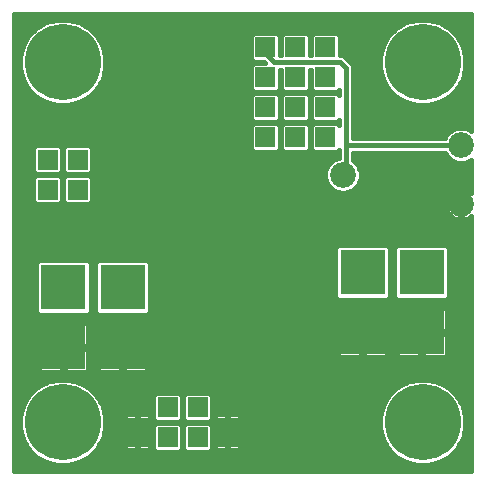
<source format=gbr>
G75*
G70*
%OFA0B0*%
%FSLAX24Y24*%
%IPPOS*%
%LPD*%
%AMOC8*
5,1,8,0,0,1.08239X$1,22.5*
%
%ADD10R,0.0650X0.0650*%
%ADD11C,0.2540*%
%ADD12R,0.1500X0.1500*%
%ADD13C,0.0860*%
%ADD14C,0.0160*%
%ADD15C,0.0357*%
D10*
X004680Y001680D03*
X004680Y002680D03*
X005680Y002680D03*
X006680Y002680D03*
X007680Y002680D03*
X007680Y001680D03*
X006680Y001680D03*
X005680Y001680D03*
X002680Y008930D03*
X002680Y009930D03*
X002680Y010930D03*
X002680Y011930D03*
X001680Y011930D03*
X001680Y010930D03*
X001680Y009930D03*
X001680Y008930D03*
X008930Y011680D03*
X008930Y012680D03*
X008930Y013680D03*
X009930Y013680D03*
X009930Y012680D03*
X009930Y011680D03*
X010930Y011680D03*
X010930Y012680D03*
X010930Y013680D03*
X010930Y014680D03*
X009930Y014680D03*
X008930Y014680D03*
D11*
X014180Y014180D03*
X014180Y002180D03*
X002180Y002180D03*
X002180Y014180D03*
D12*
X002211Y006680D03*
X004180Y006680D03*
X004180Y004680D03*
X002211Y004680D03*
X012180Y005180D03*
X014149Y005180D03*
X014149Y007180D03*
X012180Y007180D03*
D13*
X011524Y010430D03*
X015461Y009446D03*
X015461Y011414D03*
D14*
X000560Y015800D02*
X000560Y000560D01*
X015800Y000560D01*
X015800Y009063D01*
X015793Y009057D01*
X015728Y009010D01*
X015657Y008973D01*
X015580Y008948D01*
X015509Y008937D01*
X015509Y009398D01*
X015413Y009398D01*
X014952Y009398D01*
X014964Y009326D01*
X014988Y009250D01*
X015025Y009178D01*
X015072Y009114D01*
X015129Y009057D01*
X015194Y009010D01*
X015265Y008973D01*
X015342Y008948D01*
X015413Y008937D01*
X015413Y009398D01*
X015413Y009494D01*
X015413Y009955D01*
X015342Y009943D01*
X015265Y009918D01*
X015194Y009882D01*
X015129Y009835D01*
X015072Y009778D01*
X015025Y009713D01*
X014988Y009642D01*
X014964Y009565D01*
X014952Y009494D01*
X015413Y009494D01*
X015509Y009494D01*
X015509Y009955D01*
X015580Y009943D01*
X015657Y009918D01*
X015728Y009882D01*
X015793Y009835D01*
X015800Y009828D01*
X015800Y010919D01*
X015795Y010914D01*
X015578Y010824D01*
X015344Y010824D01*
X015127Y010914D01*
X014961Y011080D01*
X014922Y011174D01*
X011857Y011174D01*
X011857Y010930D01*
X011858Y010930D01*
X012024Y010764D01*
X012114Y010547D01*
X012114Y010313D01*
X012024Y010096D01*
X011858Y009930D01*
X011641Y009840D01*
X011407Y009840D01*
X011190Y009930D01*
X011024Y010096D01*
X010934Y010313D01*
X010934Y010547D01*
X011024Y010764D01*
X011190Y010930D01*
X011378Y011008D01*
X011378Y011251D01*
X011321Y011195D01*
X010539Y011195D01*
X010445Y011289D01*
X010445Y012071D01*
X010539Y012165D01*
X011321Y012165D01*
X011378Y012109D01*
X011378Y012251D01*
X011321Y012195D01*
X010539Y012195D01*
X010445Y012289D01*
X010445Y013071D01*
X010539Y013165D01*
X011321Y013165D01*
X011378Y013109D01*
X011378Y013251D01*
X011321Y013195D01*
X010539Y013195D01*
X010445Y013289D01*
X010445Y013940D01*
X010415Y013940D01*
X010415Y013289D01*
X010321Y013195D01*
X009539Y013195D01*
X009445Y013289D01*
X009445Y013940D01*
X009415Y013940D01*
X009415Y013289D01*
X009321Y013195D01*
X008539Y013195D01*
X008445Y013289D01*
X008445Y014071D01*
X008539Y014165D01*
X008918Y014165D01*
X008888Y014195D01*
X008539Y014195D01*
X008445Y014289D01*
X008445Y015071D01*
X008539Y015165D01*
X009321Y015165D01*
X009415Y015071D01*
X009415Y014420D01*
X009445Y014420D01*
X009445Y015071D01*
X009539Y015165D01*
X010321Y015165D01*
X010415Y015071D01*
X010415Y014420D01*
X010445Y014420D01*
X010445Y015071D01*
X010539Y015165D01*
X011321Y015165D01*
X011415Y015071D01*
X011415Y014420D01*
X011478Y014420D01*
X011566Y014383D01*
X011753Y014196D01*
X011821Y014128D01*
X012750Y014128D01*
X012750Y013992D02*
X012847Y013628D01*
X013036Y013302D01*
X013302Y013036D01*
X013628Y012847D01*
X013992Y012750D01*
X014368Y012750D01*
X014732Y012847D01*
X015058Y013036D01*
X015324Y013302D01*
X015513Y013628D01*
X015610Y013992D01*
X015610Y014368D01*
X015513Y014732D01*
X015324Y015058D01*
X015058Y015324D01*
X014732Y015513D01*
X014368Y015610D01*
X013992Y015610D01*
X013628Y015513D01*
X013302Y015324D01*
X013036Y015058D01*
X012847Y014732D01*
X012750Y014368D01*
X012750Y013992D01*
X012756Y013970D02*
X011857Y013970D01*
X011857Y014040D02*
X011821Y014128D01*
X011857Y014040D02*
X011857Y011654D01*
X014922Y011654D01*
X014961Y011748D01*
X015127Y011914D01*
X015344Y012004D01*
X015578Y012004D01*
X015795Y011914D01*
X015800Y011910D01*
X015800Y015800D01*
X000560Y015800D01*
X000560Y015713D02*
X015800Y015713D01*
X015800Y015555D02*
X014575Y015555D01*
X014934Y015396D02*
X015800Y015396D01*
X015800Y015238D02*
X015145Y015238D01*
X015303Y015079D02*
X015800Y015079D01*
X015800Y014921D02*
X015404Y014921D01*
X015495Y014762D02*
X015800Y014762D01*
X015800Y014604D02*
X015547Y014604D01*
X015589Y014445D02*
X015800Y014445D01*
X015800Y014287D02*
X015610Y014287D01*
X015610Y014128D02*
X015800Y014128D01*
X015800Y013970D02*
X015604Y013970D01*
X015562Y013811D02*
X015800Y013811D01*
X015800Y013653D02*
X015519Y013653D01*
X015435Y013494D02*
X015800Y013494D01*
X015800Y013336D02*
X015344Y013336D01*
X015199Y013177D02*
X015800Y013177D01*
X015800Y013019D02*
X015028Y013019D01*
X014754Y012860D02*
X015800Y012860D01*
X015800Y012702D02*
X011857Y012702D01*
X011857Y012860D02*
X013606Y012860D01*
X013332Y013019D02*
X011857Y013019D01*
X011857Y013177D02*
X013161Y013177D01*
X013016Y013336D02*
X011857Y013336D01*
X011857Y013494D02*
X012925Y013494D01*
X012841Y013653D02*
X011857Y013653D01*
X011857Y013811D02*
X012798Y013811D01*
X012750Y014287D02*
X011663Y014287D01*
X011430Y014180D02*
X011618Y013993D01*
X011618Y011368D01*
X011664Y011414D01*
X015461Y011414D01*
X015083Y010958D02*
X011857Y010958D01*
X011857Y011117D02*
X014946Y011117D01*
X014963Y011751D02*
X011857Y011751D01*
X011857Y011909D02*
X015121Y011909D01*
X015800Y012068D02*
X011857Y012068D01*
X011857Y012226D02*
X015800Y012226D01*
X015800Y012385D02*
X011857Y012385D01*
X011857Y012543D02*
X015800Y012543D01*
X015800Y010800D02*
X011989Y010800D01*
X012075Y010641D02*
X015800Y010641D01*
X015800Y010483D02*
X012114Y010483D01*
X012114Y010324D02*
X015800Y010324D01*
X015800Y010166D02*
X012053Y010166D01*
X011935Y010007D02*
X015800Y010007D01*
X015800Y009849D02*
X015774Y009849D01*
X015509Y009849D02*
X015413Y009849D01*
X015413Y009690D02*
X015509Y009690D01*
X015509Y009532D02*
X015413Y009532D01*
X015413Y009373D02*
X015509Y009373D01*
X015509Y009215D02*
X015413Y009215D01*
X015413Y009056D02*
X015509Y009056D01*
X015792Y009056D02*
X015800Y009056D01*
X015800Y008898D02*
X003085Y008898D01*
X003085Y008922D02*
X002688Y008922D01*
X002688Y008938D01*
X002672Y008938D01*
X002672Y009335D01*
X002339Y009335D01*
X002310Y009323D01*
X002287Y009300D01*
X002275Y009271D01*
X002275Y008938D01*
X002672Y008938D01*
X002672Y008922D01*
X002688Y008922D01*
X002688Y008525D01*
X003021Y008525D01*
X003050Y008537D01*
X003073Y008560D01*
X003085Y008589D01*
X003085Y008922D01*
X003085Y008938D02*
X003085Y009271D01*
X003073Y009300D01*
X003050Y009323D01*
X003021Y009335D01*
X002688Y009335D01*
X002688Y008938D01*
X003085Y008938D01*
X003085Y009056D02*
X015130Y009056D01*
X015006Y009215D02*
X003085Y009215D01*
X003071Y009445D02*
X003165Y009539D01*
X003165Y010321D01*
X003071Y010415D01*
X002289Y010415D01*
X002195Y010321D01*
X002195Y009539D01*
X002289Y009445D01*
X003071Y009445D01*
X003158Y009532D02*
X014958Y009532D01*
X014956Y009373D02*
X000560Y009373D01*
X000560Y009215D02*
X001275Y009215D01*
X001275Y009271D02*
X001275Y008938D01*
X001672Y008938D01*
X001672Y009335D01*
X001339Y009335D01*
X001310Y009323D01*
X001287Y009300D01*
X001275Y009271D01*
X001289Y009445D02*
X002071Y009445D01*
X002165Y009539D01*
X002165Y010321D01*
X002071Y010415D01*
X001289Y010415D01*
X001195Y010321D01*
X001195Y009539D01*
X001289Y009445D01*
X001202Y009532D02*
X000560Y009532D01*
X000560Y009690D02*
X001195Y009690D01*
X001195Y009849D02*
X000560Y009849D01*
X000560Y010007D02*
X001195Y010007D01*
X001195Y010166D02*
X000560Y010166D01*
X000560Y010324D02*
X001198Y010324D01*
X001289Y010445D02*
X002071Y010445D01*
X002165Y010539D01*
X002165Y011321D01*
X002071Y011415D01*
X001289Y011415D01*
X001195Y011321D01*
X001195Y010539D01*
X001289Y010445D01*
X001251Y010483D02*
X000560Y010483D01*
X000560Y010641D02*
X001195Y010641D01*
X001195Y010800D02*
X000560Y010800D01*
X000560Y010958D02*
X001195Y010958D01*
X001195Y011117D02*
X000560Y011117D01*
X000560Y011275D02*
X001195Y011275D01*
X001310Y011537D02*
X001339Y011525D01*
X001672Y011525D01*
X001672Y011922D01*
X001688Y011922D01*
X001688Y011938D01*
X001672Y011938D01*
X001672Y012335D01*
X001339Y012335D01*
X001310Y012323D01*
X001287Y012300D01*
X001275Y012271D01*
X001275Y011938D01*
X001672Y011938D01*
X001672Y011922D01*
X001275Y011922D01*
X001275Y011589D01*
X001287Y011560D01*
X001310Y011537D01*
X001275Y011592D02*
X000560Y011592D01*
X000560Y011434D02*
X008445Y011434D01*
X008445Y011289D02*
X008539Y011195D01*
X009321Y011195D01*
X009415Y011289D01*
X009415Y012071D01*
X009321Y012165D01*
X008539Y012165D01*
X008445Y012071D01*
X008445Y011289D01*
X008459Y011275D02*
X003165Y011275D01*
X003165Y011321D02*
X003071Y011415D01*
X002289Y011415D01*
X002195Y011321D01*
X002195Y010539D01*
X002289Y010445D01*
X003071Y010445D01*
X003165Y010539D01*
X003165Y011321D01*
X003165Y011117D02*
X011378Y011117D01*
X011257Y010958D02*
X003165Y010958D01*
X003165Y010800D02*
X011059Y010800D01*
X010973Y010641D02*
X003165Y010641D01*
X003109Y010483D02*
X010934Y010483D01*
X010934Y010324D02*
X003162Y010324D01*
X003165Y010166D02*
X010995Y010166D01*
X011113Y010007D02*
X003165Y010007D01*
X003165Y009849D02*
X011386Y009849D01*
X011662Y009849D02*
X015148Y009849D01*
X015013Y009690D02*
X003165Y009690D01*
X002688Y009215D02*
X002672Y009215D01*
X002672Y009056D02*
X002688Y009056D01*
X002672Y008922D02*
X002275Y008922D01*
X002275Y008589D01*
X002287Y008560D01*
X002310Y008537D01*
X002339Y008525D01*
X002672Y008525D01*
X002672Y008922D01*
X002672Y008898D02*
X002688Y008898D01*
X002672Y008739D02*
X002688Y008739D01*
X002672Y008581D02*
X002688Y008581D01*
X003081Y008581D02*
X015800Y008581D01*
X015800Y008739D02*
X003085Y008739D01*
X002275Y008739D02*
X002085Y008739D01*
X002085Y008589D02*
X002085Y008922D01*
X001688Y008922D01*
X001688Y008938D01*
X001672Y008938D01*
X001672Y008922D01*
X001688Y008922D01*
X001688Y008525D01*
X002021Y008525D01*
X002050Y008537D01*
X002073Y008560D01*
X002085Y008589D01*
X002081Y008581D02*
X002279Y008581D01*
X002275Y008898D02*
X002085Y008898D01*
X002085Y008938D02*
X002085Y009271D01*
X002073Y009300D01*
X002050Y009323D01*
X002021Y009335D01*
X001688Y009335D01*
X001688Y008938D01*
X002085Y008938D01*
X002085Y009056D02*
X002275Y009056D01*
X002275Y009215D02*
X002085Y009215D01*
X002158Y009532D02*
X002202Y009532D01*
X002195Y009690D02*
X002165Y009690D01*
X002165Y009849D02*
X002195Y009849D01*
X002195Y010007D02*
X002165Y010007D01*
X002165Y010166D02*
X002195Y010166D01*
X002198Y010324D02*
X002162Y010324D01*
X002109Y010483D02*
X002251Y010483D01*
X002195Y010641D02*
X002165Y010641D01*
X002165Y010800D02*
X002195Y010800D01*
X002195Y010958D02*
X002165Y010958D01*
X002165Y011117D02*
X002195Y011117D01*
X002195Y011275D02*
X002165Y011275D01*
X002050Y011537D02*
X002073Y011560D01*
X002085Y011589D01*
X002085Y011922D01*
X001688Y011922D01*
X001688Y011525D01*
X002021Y011525D01*
X002050Y011537D01*
X002085Y011592D02*
X002275Y011592D01*
X002275Y011589D02*
X002287Y011560D01*
X002310Y011537D01*
X002339Y011525D01*
X002672Y011525D01*
X002672Y011922D01*
X002688Y011922D01*
X002688Y011938D01*
X002672Y011938D01*
X002672Y012335D01*
X002339Y012335D01*
X002310Y012323D01*
X002287Y012300D01*
X002275Y012271D01*
X002275Y011938D01*
X002672Y011938D01*
X002672Y011922D01*
X002275Y011922D01*
X002275Y011589D01*
X002275Y011751D02*
X002085Y011751D01*
X002085Y011909D02*
X002275Y011909D01*
X002275Y012068D02*
X002085Y012068D01*
X002085Y011938D02*
X002085Y012271D01*
X002073Y012300D01*
X002050Y012323D01*
X002021Y012335D01*
X001688Y012335D01*
X001688Y011938D01*
X002085Y011938D01*
X002085Y012226D02*
X002275Y012226D01*
X002672Y012226D02*
X002688Y012226D01*
X002688Y012335D02*
X002688Y011938D01*
X003085Y011938D01*
X003085Y012271D01*
X003073Y012300D01*
X003050Y012323D01*
X003021Y012335D01*
X002688Y012335D01*
X002672Y012068D02*
X002688Y012068D01*
X002688Y011922D02*
X003085Y011922D01*
X003085Y011589D01*
X003073Y011560D01*
X003050Y011537D01*
X003021Y011525D01*
X002688Y011525D01*
X002688Y011922D01*
X002688Y011909D02*
X002672Y011909D01*
X002672Y011751D02*
X002688Y011751D01*
X002672Y011592D02*
X002688Y011592D01*
X003085Y011592D02*
X008445Y011592D01*
X008445Y011751D02*
X003085Y011751D01*
X003085Y011909D02*
X008445Y011909D01*
X008445Y012068D02*
X003085Y012068D01*
X003085Y012226D02*
X008508Y012226D01*
X008539Y012195D02*
X009321Y012195D01*
X009415Y012289D01*
X009415Y013071D01*
X009321Y013165D01*
X008539Y013165D01*
X008445Y013071D01*
X008445Y012289D01*
X008539Y012195D01*
X008445Y012385D02*
X000560Y012385D01*
X000560Y012543D02*
X008445Y012543D01*
X008445Y012702D02*
X000560Y012702D01*
X000560Y012860D02*
X001606Y012860D01*
X001628Y012847D02*
X001992Y012750D01*
X002368Y012750D01*
X002732Y012847D01*
X003058Y013036D01*
X003324Y013302D01*
X003513Y013628D01*
X003610Y013992D01*
X003610Y014368D01*
X003513Y014732D01*
X003324Y015058D01*
X003058Y015324D01*
X002732Y015513D01*
X002368Y015610D01*
X001992Y015610D01*
X001628Y015513D01*
X001302Y015324D01*
X001036Y015058D01*
X000847Y014732D01*
X000750Y014368D01*
X000750Y013992D01*
X000847Y013628D01*
X001036Y013302D01*
X001302Y013036D01*
X001628Y012847D01*
X001332Y013019D02*
X000560Y013019D01*
X000560Y013177D02*
X001161Y013177D01*
X001016Y013336D02*
X000560Y013336D01*
X000560Y013494D02*
X000925Y013494D01*
X000841Y013653D02*
X000560Y013653D01*
X000560Y013811D02*
X000798Y013811D01*
X000756Y013970D02*
X000560Y013970D01*
X000560Y014128D02*
X000750Y014128D01*
X000750Y014287D02*
X000560Y014287D01*
X000560Y014445D02*
X000771Y014445D01*
X000813Y014604D02*
X000560Y014604D01*
X000560Y014762D02*
X000865Y014762D01*
X000956Y014921D02*
X000560Y014921D01*
X000560Y015079D02*
X001057Y015079D01*
X001215Y015238D02*
X000560Y015238D01*
X000560Y015396D02*
X001426Y015396D01*
X001785Y015555D02*
X000560Y015555D01*
X002575Y015555D02*
X013785Y015555D01*
X013426Y015396D02*
X002934Y015396D01*
X003145Y015238D02*
X013215Y015238D01*
X013057Y015079D02*
X011407Y015079D01*
X011415Y014921D02*
X012956Y014921D01*
X012865Y014762D02*
X011415Y014762D01*
X011415Y014604D02*
X012813Y014604D01*
X012771Y014445D02*
X011415Y014445D01*
X011430Y014180D02*
X009243Y014180D01*
X008930Y014493D01*
X008930Y014680D01*
X009407Y015079D02*
X009453Y015079D01*
X009445Y014921D02*
X009415Y014921D01*
X009415Y014762D02*
X009445Y014762D01*
X009445Y014604D02*
X009415Y014604D01*
X009415Y014445D02*
X009445Y014445D01*
X009415Y013811D02*
X009445Y013811D01*
X009445Y013653D02*
X009415Y013653D01*
X009415Y013494D02*
X009445Y013494D01*
X009445Y013336D02*
X009415Y013336D01*
X009539Y013165D02*
X009445Y013071D01*
X009445Y012289D01*
X009539Y012195D01*
X010321Y012195D01*
X010415Y012289D01*
X010415Y013071D01*
X010321Y013165D01*
X009539Y013165D01*
X009445Y013019D02*
X009415Y013019D01*
X009415Y012860D02*
X009445Y012860D01*
X009445Y012702D02*
X009415Y012702D01*
X009415Y012543D02*
X009445Y012543D01*
X009445Y012385D02*
X009415Y012385D01*
X009352Y012226D02*
X009508Y012226D01*
X009539Y012165D02*
X009445Y012071D01*
X009445Y011289D01*
X009539Y011195D01*
X010321Y011195D01*
X010415Y011289D01*
X010415Y012071D01*
X010321Y012165D01*
X009539Y012165D01*
X009445Y012068D02*
X009415Y012068D01*
X009415Y011909D02*
X009445Y011909D01*
X009445Y011751D02*
X009415Y011751D01*
X009415Y011592D02*
X009445Y011592D01*
X009445Y011434D02*
X009415Y011434D01*
X009401Y011275D02*
X009459Y011275D01*
X010401Y011275D02*
X010459Y011275D01*
X010445Y011434D02*
X010415Y011434D01*
X010415Y011592D02*
X010445Y011592D01*
X010445Y011751D02*
X010415Y011751D01*
X010415Y011909D02*
X010445Y011909D01*
X010445Y012068D02*
X010415Y012068D01*
X010352Y012226D02*
X010508Y012226D01*
X010445Y012385D02*
X010415Y012385D01*
X010415Y012543D02*
X010445Y012543D01*
X010445Y012702D02*
X010415Y012702D01*
X010415Y012860D02*
X010445Y012860D01*
X010445Y013019D02*
X010415Y013019D01*
X010415Y013336D02*
X010445Y013336D01*
X010445Y013494D02*
X010415Y013494D01*
X010415Y013653D02*
X010445Y013653D01*
X010445Y013811D02*
X010415Y013811D01*
X010415Y014445D02*
X010445Y014445D01*
X010445Y014604D02*
X010415Y014604D01*
X010415Y014762D02*
X010445Y014762D01*
X010445Y014921D02*
X010415Y014921D01*
X010407Y015079D02*
X010453Y015079D01*
X011378Y013177D02*
X003199Y013177D01*
X003344Y013336D02*
X008445Y013336D01*
X008445Y013494D02*
X003435Y013494D01*
X003519Y013653D02*
X008445Y013653D01*
X008445Y013811D02*
X003562Y013811D01*
X003604Y013970D02*
X008445Y013970D01*
X008502Y014128D02*
X003610Y014128D01*
X003610Y014287D02*
X008447Y014287D01*
X008445Y014445D02*
X003589Y014445D01*
X003547Y014604D02*
X008445Y014604D01*
X008445Y014762D02*
X003495Y014762D01*
X003404Y014921D02*
X008445Y014921D01*
X008453Y015079D02*
X003303Y015079D01*
X003028Y013019D02*
X008445Y013019D01*
X008445Y012860D02*
X002754Y012860D01*
X001688Y012226D02*
X001672Y012226D01*
X001672Y012068D02*
X001688Y012068D01*
X001672Y011909D02*
X001688Y011909D01*
X001672Y011751D02*
X001688Y011751D01*
X001672Y011592D02*
X001688Y011592D01*
X001275Y011751D02*
X000560Y011751D01*
X000560Y011909D02*
X001275Y011909D01*
X001275Y012068D02*
X000560Y012068D01*
X000560Y012226D02*
X001275Y012226D01*
X001672Y009215D02*
X001688Y009215D01*
X001672Y009056D02*
X001688Y009056D01*
X001672Y008922D02*
X001275Y008922D01*
X001275Y008589D01*
X001287Y008560D01*
X001310Y008537D01*
X001339Y008525D01*
X001672Y008525D01*
X001672Y008922D01*
X001672Y008898D02*
X001688Y008898D01*
X001672Y008739D02*
X001688Y008739D01*
X001672Y008581D02*
X001688Y008581D01*
X001279Y008581D02*
X000560Y008581D01*
X000560Y008739D02*
X001275Y008739D01*
X001275Y008898D02*
X000560Y008898D01*
X000560Y009056D02*
X001275Y009056D01*
X000560Y008422D02*
X015800Y008422D01*
X015800Y008264D02*
X000560Y008264D01*
X000560Y008105D02*
X015800Y008105D01*
X015800Y007947D02*
X015059Y007947D01*
X015059Y007996D02*
X014965Y008090D01*
X013332Y008090D01*
X013239Y007996D01*
X013239Y006364D01*
X013332Y006270D01*
X014965Y006270D01*
X015059Y006364D01*
X015059Y007996D01*
X015059Y007788D02*
X015800Y007788D01*
X015800Y007630D02*
X015059Y007630D01*
X015059Y007471D02*
X015800Y007471D01*
X015800Y007313D02*
X015059Y007313D01*
X015059Y007154D02*
X015800Y007154D01*
X015800Y006996D02*
X015059Y006996D01*
X015059Y006837D02*
X015800Y006837D01*
X015800Y006679D02*
X015059Y006679D01*
X015059Y006520D02*
X015800Y006520D01*
X015800Y006362D02*
X015056Y006362D01*
X014914Y006010D02*
X014196Y006010D01*
X014196Y005228D01*
X014101Y005228D01*
X014101Y006010D01*
X013383Y006010D01*
X013353Y005998D01*
X013331Y005975D01*
X013319Y005946D01*
X013319Y005228D01*
X014101Y005228D01*
X014101Y005132D01*
X014196Y005132D01*
X014196Y004350D01*
X014914Y004350D01*
X014944Y004362D01*
X014966Y004385D01*
X014979Y004414D01*
X014979Y005132D01*
X014196Y005132D01*
X014196Y005228D01*
X014979Y005228D01*
X014979Y005946D01*
X014966Y005975D01*
X014944Y005998D01*
X014914Y006010D01*
X014979Y005886D02*
X015800Y005886D01*
X015800Y005728D02*
X014979Y005728D01*
X014979Y005569D02*
X015800Y005569D01*
X015800Y005411D02*
X014979Y005411D01*
X014979Y005252D02*
X015800Y005252D01*
X015800Y005094D02*
X014979Y005094D01*
X014979Y004935D02*
X015800Y004935D01*
X015800Y004777D02*
X014979Y004777D01*
X014979Y004618D02*
X015800Y004618D01*
X015800Y004460D02*
X014979Y004460D01*
X014196Y004460D02*
X014101Y004460D01*
X014101Y004350D02*
X013383Y004350D01*
X013353Y004362D01*
X013331Y004385D01*
X013319Y004414D01*
X013319Y005132D01*
X014101Y005132D01*
X014101Y004350D01*
X014101Y004618D02*
X014196Y004618D01*
X014196Y004777D02*
X014101Y004777D01*
X014101Y004935D02*
X014196Y004935D01*
X014196Y005094D02*
X014101Y005094D01*
X014101Y005252D02*
X014196Y005252D01*
X014196Y005411D02*
X014101Y005411D01*
X014101Y005569D02*
X014196Y005569D01*
X014196Y005728D02*
X014101Y005728D01*
X014101Y005886D02*
X014196Y005886D01*
X013319Y005886D02*
X013010Y005886D01*
X013010Y005946D02*
X012998Y005975D01*
X012975Y005998D01*
X012946Y006010D01*
X012228Y006010D01*
X012228Y005228D01*
X012132Y005228D01*
X012132Y006010D01*
X011414Y006010D01*
X011385Y005998D01*
X011362Y005975D01*
X011350Y005946D01*
X011350Y005228D01*
X012132Y005228D01*
X012132Y005132D01*
X011350Y005132D01*
X011350Y004414D01*
X011362Y004385D01*
X011385Y004362D01*
X011414Y004350D01*
X012132Y004350D01*
X012132Y005132D01*
X012228Y005132D01*
X012228Y005228D01*
X013010Y005228D01*
X013010Y005946D01*
X013010Y005728D02*
X013319Y005728D01*
X013319Y005569D02*
X013010Y005569D01*
X013010Y005411D02*
X013319Y005411D01*
X013319Y005252D02*
X013010Y005252D01*
X013010Y005132D02*
X012228Y005132D01*
X012228Y004350D01*
X012946Y004350D01*
X012975Y004362D01*
X012998Y004385D01*
X013010Y004414D01*
X013010Y005132D01*
X013010Y005094D02*
X013319Y005094D01*
X013319Y004935D02*
X013010Y004935D01*
X013010Y004777D02*
X013319Y004777D01*
X013319Y004618D02*
X013010Y004618D01*
X013010Y004460D02*
X013319Y004460D01*
X013628Y003513D02*
X013992Y003610D01*
X014368Y003610D01*
X014732Y003513D01*
X015058Y003324D01*
X015324Y003058D01*
X015513Y002732D01*
X015610Y002368D01*
X015610Y001992D01*
X015513Y001628D01*
X015324Y001302D01*
X015058Y001036D01*
X014732Y000847D01*
X014368Y000750D01*
X013992Y000750D01*
X013628Y000847D01*
X013302Y001036D01*
X013036Y001302D01*
X012847Y001628D01*
X012750Y001992D01*
X012750Y002368D01*
X012847Y002732D01*
X013036Y003058D01*
X013302Y003324D01*
X013628Y003513D01*
X013621Y003509D02*
X002739Y003509D01*
X002732Y003513D02*
X002368Y003610D01*
X001992Y003610D01*
X001628Y003513D01*
X001302Y003324D01*
X001036Y003058D01*
X000847Y002732D01*
X000750Y002368D01*
X000750Y001992D01*
X000847Y001628D01*
X001036Y001302D01*
X001302Y001036D01*
X001628Y000847D01*
X001992Y000750D01*
X002368Y000750D01*
X002732Y000847D01*
X003058Y001036D01*
X003324Y001302D01*
X003513Y001628D01*
X003610Y001992D01*
X003610Y002368D01*
X003513Y002732D01*
X003324Y003058D01*
X003058Y003324D01*
X002732Y003513D01*
X003013Y003350D02*
X013347Y003350D01*
X013169Y003192D02*
X003191Y003192D01*
X003339Y003033D02*
X004280Y003033D01*
X004275Y003021D02*
X004275Y002688D01*
X004672Y002688D01*
X004672Y003085D01*
X004339Y003085D01*
X004310Y003073D01*
X004287Y003050D01*
X004275Y003021D01*
X004275Y002875D02*
X003430Y002875D01*
X003517Y002716D02*
X004275Y002716D01*
X004275Y002672D02*
X004275Y002339D01*
X004287Y002310D01*
X004310Y002287D01*
X004339Y002275D01*
X004672Y002275D01*
X004672Y002672D01*
X004275Y002672D01*
X004275Y002558D02*
X003559Y002558D01*
X003602Y002399D02*
X004275Y002399D01*
X004339Y002085D02*
X004310Y002073D01*
X004287Y002050D01*
X004275Y002021D01*
X004275Y001688D01*
X004672Y001688D01*
X004672Y002085D01*
X004339Y002085D01*
X004332Y002082D02*
X003610Y002082D01*
X003610Y002241D02*
X005243Y002241D01*
X005289Y002195D02*
X005195Y002289D01*
X005195Y003071D01*
X005289Y003165D01*
X006071Y003165D01*
X006165Y003071D01*
X006165Y002289D01*
X006071Y002195D01*
X005289Y002195D01*
X005289Y002165D02*
X005195Y002071D01*
X005195Y001289D01*
X005289Y001195D01*
X006071Y001195D01*
X006165Y001289D01*
X006165Y002071D01*
X006071Y002165D01*
X005289Y002165D01*
X005206Y002082D02*
X005028Y002082D01*
X005021Y002085D02*
X004688Y002085D01*
X004688Y001688D01*
X004672Y001688D01*
X004672Y001672D01*
X004275Y001672D01*
X004275Y001339D01*
X004287Y001310D01*
X004310Y001287D01*
X004339Y001275D01*
X004672Y001275D01*
X004672Y001672D01*
X004688Y001672D01*
X004688Y001688D01*
X005085Y001688D01*
X005085Y002021D01*
X005073Y002050D01*
X005050Y002073D01*
X005021Y002085D01*
X005085Y001924D02*
X005195Y001924D01*
X005195Y001765D02*
X005085Y001765D01*
X005085Y001672D02*
X004688Y001672D01*
X004688Y001275D01*
X005021Y001275D01*
X005050Y001287D01*
X005073Y001310D01*
X005085Y001339D01*
X005085Y001672D01*
X005085Y001607D02*
X005195Y001607D01*
X005195Y001448D02*
X005085Y001448D01*
X005053Y001290D02*
X005195Y001290D01*
X004688Y001290D02*
X004672Y001290D01*
X004672Y001448D02*
X004688Y001448D01*
X004672Y001607D02*
X004688Y001607D01*
X004672Y001765D02*
X004688Y001765D01*
X004672Y001924D02*
X004688Y001924D01*
X004672Y002082D02*
X004688Y002082D01*
X004688Y002275D02*
X005021Y002275D01*
X005050Y002287D01*
X005073Y002310D01*
X005085Y002339D01*
X005085Y002672D01*
X004688Y002672D01*
X004688Y002688D01*
X004672Y002688D01*
X004672Y002672D01*
X004688Y002672D01*
X004688Y002275D01*
X004688Y002399D02*
X004672Y002399D01*
X004672Y002558D02*
X004688Y002558D01*
X004688Y002688D02*
X005085Y002688D01*
X005085Y003021D01*
X005073Y003050D01*
X005050Y003073D01*
X005021Y003085D01*
X004688Y003085D01*
X004688Y002688D01*
X004688Y002716D02*
X004672Y002716D01*
X004672Y002875D02*
X004688Y002875D01*
X004672Y003033D02*
X004688Y003033D01*
X005080Y003033D02*
X005195Y003033D01*
X005195Y002875D02*
X005085Y002875D01*
X005085Y002716D02*
X005195Y002716D01*
X005195Y002558D02*
X005085Y002558D01*
X005085Y002399D02*
X005195Y002399D01*
X006117Y002241D02*
X006243Y002241D01*
X006289Y002195D02*
X007071Y002195D01*
X007165Y002289D01*
X007165Y003071D01*
X007071Y003165D01*
X006289Y003165D01*
X006195Y003071D01*
X006195Y002289D01*
X006289Y002195D01*
X006289Y002165D02*
X006195Y002071D01*
X006195Y001289D01*
X006289Y001195D01*
X007071Y001195D01*
X007165Y001289D01*
X007165Y002071D01*
X007071Y002165D01*
X006289Y002165D01*
X006206Y002082D02*
X006154Y002082D01*
X006165Y001924D02*
X006195Y001924D01*
X006195Y001765D02*
X006165Y001765D01*
X006165Y001607D02*
X006195Y001607D01*
X006195Y001448D02*
X006165Y001448D01*
X006165Y001290D02*
X006195Y001290D01*
X007117Y002241D02*
X012750Y002241D01*
X012758Y002399D02*
X008085Y002399D01*
X008085Y002339D02*
X008085Y002672D01*
X007688Y002672D01*
X007688Y002688D01*
X007672Y002688D01*
X007672Y003085D01*
X007339Y003085D01*
X007310Y003073D01*
X007287Y003050D01*
X007275Y003021D01*
X007275Y002688D01*
X007672Y002688D01*
X007672Y002672D01*
X007275Y002672D01*
X007275Y002339D01*
X007287Y002310D01*
X007310Y002287D01*
X007339Y002275D01*
X007672Y002275D01*
X007672Y002672D01*
X007688Y002672D01*
X007688Y002275D01*
X008021Y002275D01*
X008050Y002287D01*
X008073Y002310D01*
X008085Y002339D01*
X008085Y002558D02*
X012801Y002558D01*
X012843Y002716D02*
X008085Y002716D01*
X008085Y002688D02*
X008085Y003021D01*
X008073Y003050D01*
X008050Y003073D01*
X008021Y003085D01*
X007688Y003085D01*
X007688Y002688D01*
X008085Y002688D01*
X008085Y002875D02*
X012930Y002875D01*
X013021Y003033D02*
X008080Y003033D01*
X007688Y003033D02*
X007672Y003033D01*
X007672Y002875D02*
X007688Y002875D01*
X007672Y002716D02*
X007688Y002716D01*
X007672Y002558D02*
X007688Y002558D01*
X007672Y002399D02*
X007688Y002399D01*
X007688Y002085D02*
X007688Y001688D01*
X007672Y001688D01*
X007672Y002085D01*
X007339Y002085D01*
X007310Y002073D01*
X007287Y002050D01*
X007275Y002021D01*
X007275Y001688D01*
X007672Y001688D01*
X007672Y001672D01*
X007275Y001672D01*
X007275Y001339D01*
X007287Y001310D01*
X007310Y001287D01*
X007339Y001275D01*
X007672Y001275D01*
X007672Y001672D01*
X007688Y001672D01*
X007688Y001688D01*
X008085Y001688D01*
X008085Y002021D01*
X008073Y002050D01*
X008050Y002073D01*
X008021Y002085D01*
X007688Y002085D01*
X007688Y002082D02*
X007672Y002082D01*
X007672Y001924D02*
X007688Y001924D01*
X007672Y001765D02*
X007688Y001765D01*
X007688Y001672D02*
X008085Y001672D01*
X008085Y001339D01*
X008073Y001310D01*
X008050Y001287D01*
X008021Y001275D01*
X007688Y001275D01*
X007688Y001672D01*
X007688Y001607D02*
X007672Y001607D01*
X007672Y001448D02*
X007688Y001448D01*
X007672Y001290D02*
X007688Y001290D01*
X008053Y001290D02*
X013048Y001290D01*
X012951Y001448D02*
X008085Y001448D01*
X008085Y001607D02*
X012860Y001607D01*
X012811Y001765D02*
X008085Y001765D01*
X008085Y001924D02*
X012768Y001924D01*
X012750Y002082D02*
X008028Y002082D01*
X007332Y002082D02*
X007154Y002082D01*
X007165Y001924D02*
X007275Y001924D01*
X007275Y001765D02*
X007165Y001765D01*
X007165Y001607D02*
X007275Y001607D01*
X007275Y001448D02*
X007165Y001448D01*
X007165Y001290D02*
X007307Y001290D01*
X007275Y002399D02*
X007165Y002399D01*
X007165Y002558D02*
X007275Y002558D01*
X007275Y002716D02*
X007165Y002716D01*
X007165Y002875D02*
X007275Y002875D01*
X007280Y003033D02*
X007165Y003033D01*
X006195Y003033D02*
X006165Y003033D01*
X006165Y002875D02*
X006195Y002875D01*
X006195Y002716D02*
X006165Y002716D01*
X006165Y002558D02*
X006195Y002558D01*
X006195Y002399D02*
X006165Y002399D01*
X004975Y003862D02*
X004998Y003885D01*
X005010Y003914D01*
X005010Y004632D01*
X004228Y004632D01*
X004228Y004728D01*
X005010Y004728D01*
X005010Y005446D01*
X004998Y005475D01*
X004975Y005498D01*
X004946Y005510D01*
X004228Y005510D01*
X004228Y004728D01*
X004132Y004728D01*
X004132Y005510D01*
X003414Y005510D01*
X003385Y005498D01*
X003362Y005475D01*
X003350Y005446D01*
X003350Y004728D01*
X004132Y004728D01*
X004132Y004632D01*
X004228Y004632D01*
X004228Y003850D01*
X004946Y003850D01*
X004975Y003862D01*
X005010Y003984D02*
X015800Y003984D01*
X015800Y003826D02*
X000560Y003826D01*
X000560Y003984D02*
X001381Y003984D01*
X001381Y003914D02*
X001394Y003885D01*
X001416Y003862D01*
X001446Y003850D01*
X002164Y003850D01*
X002164Y004632D01*
X002259Y004632D01*
X002259Y003850D01*
X002977Y003850D01*
X003007Y003862D01*
X003029Y003885D01*
X003041Y003914D01*
X003041Y004632D01*
X002259Y004632D01*
X002259Y004728D01*
X002164Y004728D01*
X002164Y005510D01*
X001446Y005510D01*
X001416Y005498D01*
X001394Y005475D01*
X001381Y005446D01*
X001381Y004728D01*
X002164Y004728D01*
X002164Y004632D01*
X001381Y004632D01*
X001381Y003914D01*
X001381Y004143D02*
X000560Y004143D01*
X000560Y004301D02*
X001381Y004301D01*
X001381Y004460D02*
X000560Y004460D01*
X000560Y004618D02*
X001381Y004618D01*
X001381Y004777D02*
X000560Y004777D01*
X000560Y004935D02*
X001381Y004935D01*
X001381Y005094D02*
X000560Y005094D01*
X000560Y005252D02*
X001381Y005252D01*
X001381Y005411D02*
X000560Y005411D01*
X000560Y005569D02*
X011350Y005569D01*
X011350Y005411D02*
X005010Y005411D01*
X005010Y005252D02*
X011350Y005252D01*
X011350Y005094D02*
X005010Y005094D01*
X005010Y004935D02*
X011350Y004935D01*
X011350Y004777D02*
X005010Y004777D01*
X005010Y004618D02*
X011350Y004618D01*
X011350Y004460D02*
X005010Y004460D01*
X005010Y004301D02*
X015800Y004301D01*
X015800Y004143D02*
X005010Y004143D01*
X004228Y004143D02*
X004132Y004143D01*
X004132Y004301D02*
X004228Y004301D01*
X004228Y004460D02*
X004132Y004460D01*
X004132Y004618D02*
X004228Y004618D01*
X004132Y004632D02*
X004132Y003850D01*
X003414Y003850D01*
X003385Y003862D01*
X003362Y003885D01*
X003350Y003914D01*
X003350Y004632D01*
X004132Y004632D01*
X004132Y004777D02*
X004228Y004777D01*
X004228Y004935D02*
X004132Y004935D01*
X004132Y005094D02*
X004228Y005094D01*
X004228Y005252D02*
X004132Y005252D01*
X004132Y005411D02*
X004228Y005411D01*
X004996Y005770D02*
X005090Y005864D01*
X005090Y007496D01*
X004996Y007590D01*
X003364Y007590D01*
X003270Y007496D01*
X003270Y005864D01*
X003364Y005770D01*
X004996Y005770D01*
X005090Y005886D02*
X011350Y005886D01*
X011350Y005728D02*
X000560Y005728D01*
X000560Y005886D02*
X001301Y005886D01*
X001301Y005864D02*
X001395Y005770D01*
X003028Y005770D01*
X003121Y005864D01*
X003121Y007496D01*
X003028Y007590D01*
X001395Y007590D01*
X001301Y007496D01*
X001301Y005864D01*
X001301Y006045D02*
X000560Y006045D01*
X000560Y006203D02*
X001301Y006203D01*
X001301Y006362D02*
X000560Y006362D01*
X000560Y006520D02*
X001301Y006520D01*
X001301Y006679D02*
X000560Y006679D01*
X000560Y006837D02*
X001301Y006837D01*
X001301Y006996D02*
X000560Y006996D01*
X000560Y007154D02*
X001301Y007154D01*
X001301Y007313D02*
X000560Y007313D01*
X000560Y007471D02*
X001301Y007471D01*
X000560Y007630D02*
X011270Y007630D01*
X011270Y007788D02*
X000560Y007788D01*
X000560Y007947D02*
X011270Y007947D01*
X011270Y007996D02*
X011364Y008090D01*
X012996Y008090D01*
X013090Y007996D01*
X013090Y006364D01*
X012996Y006270D01*
X011364Y006270D01*
X011270Y006364D01*
X011270Y007996D01*
X011270Y007471D02*
X005090Y007471D01*
X005090Y007313D02*
X011270Y007313D01*
X011270Y007154D02*
X005090Y007154D01*
X005090Y006996D02*
X011270Y006996D01*
X011270Y006837D02*
X005090Y006837D01*
X005090Y006679D02*
X011270Y006679D01*
X011270Y006520D02*
X005090Y006520D01*
X005090Y006362D02*
X011272Y006362D01*
X012132Y005886D02*
X012228Y005886D01*
X012228Y005728D02*
X012132Y005728D01*
X012132Y005569D02*
X012228Y005569D01*
X012228Y005411D02*
X012132Y005411D01*
X012132Y005252D02*
X012228Y005252D01*
X012228Y005094D02*
X012132Y005094D01*
X012132Y004935D02*
X012228Y004935D01*
X012228Y004777D02*
X012132Y004777D01*
X012132Y004618D02*
X012228Y004618D01*
X012228Y004460D02*
X012132Y004460D01*
X013088Y006362D02*
X013241Y006362D01*
X013239Y006520D02*
X013090Y006520D01*
X013090Y006679D02*
X013239Y006679D01*
X013239Y006837D02*
X013090Y006837D01*
X013090Y006996D02*
X013239Y006996D01*
X013239Y007154D02*
X013090Y007154D01*
X013090Y007313D02*
X013239Y007313D01*
X013239Y007471D02*
X013090Y007471D01*
X013090Y007630D02*
X013239Y007630D01*
X013239Y007788D02*
X013090Y007788D01*
X013090Y007947D02*
X013239Y007947D01*
X011524Y010430D02*
X011618Y010524D01*
X011618Y011368D01*
X011378Y012226D02*
X011352Y012226D01*
X015800Y006203D02*
X005090Y006203D01*
X005090Y006045D02*
X015800Y006045D01*
X015800Y003667D02*
X000560Y003667D01*
X000560Y003509D02*
X001621Y003509D01*
X001347Y003350D02*
X000560Y003350D01*
X000560Y003192D02*
X001169Y003192D01*
X001021Y003033D02*
X000560Y003033D01*
X000560Y002875D02*
X000930Y002875D01*
X000843Y002716D02*
X000560Y002716D01*
X000560Y002558D02*
X000801Y002558D01*
X000758Y002399D02*
X000560Y002399D01*
X000560Y002241D02*
X000750Y002241D01*
X000750Y002082D02*
X000560Y002082D01*
X000560Y001924D02*
X000768Y001924D01*
X000811Y001765D02*
X000560Y001765D01*
X000560Y001607D02*
X000860Y001607D01*
X000951Y001448D02*
X000560Y001448D01*
X000560Y001290D02*
X001048Y001290D01*
X001207Y001131D02*
X000560Y001131D01*
X000560Y000973D02*
X001411Y000973D01*
X001753Y000814D02*
X000560Y000814D01*
X000560Y000656D02*
X015800Y000656D01*
X015800Y000814D02*
X014607Y000814D01*
X014949Y000973D02*
X015800Y000973D01*
X015800Y001131D02*
X015153Y001131D01*
X015312Y001290D02*
X015800Y001290D01*
X015800Y001448D02*
X015409Y001448D01*
X015500Y001607D02*
X015800Y001607D01*
X015800Y001765D02*
X015549Y001765D01*
X015592Y001924D02*
X015800Y001924D01*
X015800Y002082D02*
X015610Y002082D01*
X015610Y002241D02*
X015800Y002241D01*
X015800Y002399D02*
X015602Y002399D01*
X015559Y002558D02*
X015800Y002558D01*
X015800Y002716D02*
X015517Y002716D01*
X015430Y002875D02*
X015800Y002875D01*
X015800Y003033D02*
X015339Y003033D01*
X015191Y003192D02*
X015800Y003192D01*
X015800Y003350D02*
X015013Y003350D01*
X014739Y003509D02*
X015800Y003509D01*
X013411Y000973D02*
X002949Y000973D01*
X003153Y001131D02*
X013207Y001131D01*
X013753Y000814D02*
X002607Y000814D01*
X003312Y001290D02*
X004307Y001290D01*
X004275Y001448D02*
X003409Y001448D01*
X003500Y001607D02*
X004275Y001607D01*
X004275Y001765D02*
X003549Y001765D01*
X003592Y001924D02*
X004275Y001924D01*
X004228Y003984D02*
X004132Y003984D01*
X003350Y003984D02*
X003041Y003984D01*
X003041Y004143D02*
X003350Y004143D01*
X003350Y004301D02*
X003041Y004301D01*
X003041Y004460D02*
X003350Y004460D01*
X003350Y004618D02*
X003041Y004618D01*
X003041Y004728D02*
X003041Y005446D01*
X003029Y005475D01*
X003007Y005498D01*
X002977Y005510D01*
X002259Y005510D01*
X002259Y004728D01*
X003041Y004728D01*
X003041Y004777D02*
X003350Y004777D01*
X003350Y004935D02*
X003041Y004935D01*
X003041Y005094D02*
X003350Y005094D01*
X003350Y005252D02*
X003041Y005252D01*
X003041Y005411D02*
X003350Y005411D01*
X003270Y005886D02*
X003121Y005886D01*
X003121Y006045D02*
X003270Y006045D01*
X003270Y006203D02*
X003121Y006203D01*
X003121Y006362D02*
X003270Y006362D01*
X003270Y006520D02*
X003121Y006520D01*
X003121Y006679D02*
X003270Y006679D01*
X003270Y006837D02*
X003121Y006837D01*
X003121Y006996D02*
X003270Y006996D01*
X003270Y007154D02*
X003121Y007154D01*
X003121Y007313D02*
X003270Y007313D01*
X003270Y007471D02*
X003121Y007471D01*
X002259Y005411D02*
X002164Y005411D01*
X002164Y005252D02*
X002259Y005252D01*
X002259Y005094D02*
X002164Y005094D01*
X002164Y004935D02*
X002259Y004935D01*
X002259Y004777D02*
X002164Y004777D01*
X002164Y004618D02*
X002259Y004618D01*
X002259Y004460D02*
X002164Y004460D01*
X002164Y004301D02*
X002259Y004301D01*
X002259Y004143D02*
X002164Y004143D01*
X002164Y003984D02*
X002259Y003984D01*
D15*
X003305Y003555D03*
X003805Y003555D03*
X003805Y003055D03*
X004305Y003555D03*
X004805Y003555D03*
X005305Y003805D03*
X005305Y004305D03*
X005305Y004805D03*
X005305Y005305D03*
X005305Y005805D03*
X005305Y006305D03*
X005555Y006680D03*
X006180Y006930D03*
X006680Y006930D03*
X007180Y006930D03*
X007680Y006930D03*
X008180Y006930D03*
X008680Y006930D03*
X010055Y008305D03*
X010555Y008305D03*
X011055Y008305D03*
X011555Y008305D03*
X011055Y006055D03*
X010930Y005555D03*
X010930Y005055D03*
X010930Y004555D03*
X010930Y004055D03*
X011430Y004055D03*
X011930Y004055D03*
X012430Y004055D03*
X012930Y004055D03*
X013430Y004055D03*
X013930Y004055D03*
X014430Y004055D03*
X014930Y004055D03*
X015430Y004180D03*
X015430Y004680D03*
X015430Y005180D03*
X015430Y005680D03*
X015430Y006180D03*
X015430Y006680D03*
X015430Y007680D03*
X012180Y002930D03*
X011680Y002930D03*
X011180Y002930D03*
X012430Y002430D03*
X012430Y001930D03*
X012430Y001430D03*
X012055Y001055D03*
X011555Y001055D03*
X011055Y001055D03*
X008805Y000930D03*
X008555Y001430D03*
X008555Y001930D03*
X008555Y002430D03*
X008555Y002930D03*
X003805Y002555D03*
X003805Y002055D03*
X003805Y001555D03*
X003805Y001055D03*
X001180Y003680D03*
X000930Y004055D03*
X000930Y004555D03*
X000930Y005055D03*
X000930Y005555D03*
X000930Y006055D03*
X000930Y006555D03*
X000930Y007555D03*
X000930Y008305D03*
X001555Y008180D03*
X002055Y008180D03*
X002555Y008180D03*
X003055Y008180D03*
X003555Y008180D03*
X004055Y008180D03*
X005680Y008305D03*
X006180Y008305D03*
X006680Y008305D03*
X007180Y009305D03*
X008618Y009243D03*
X005805Y009555D03*
X005805Y010055D03*
X003305Y012805D03*
X002680Y012555D03*
X002305Y012555D03*
X001680Y012680D03*
X001055Y012555D03*
X000805Y012055D03*
X000805Y011555D03*
X000805Y011055D03*
X000805Y010555D03*
X000805Y010055D03*
X000805Y009555D03*
X000805Y009055D03*
X005680Y013493D03*
X006118Y013493D03*
X006118Y013930D03*
X006118Y014368D03*
X005680Y014368D03*
X005680Y013930D03*
M02*

</source>
